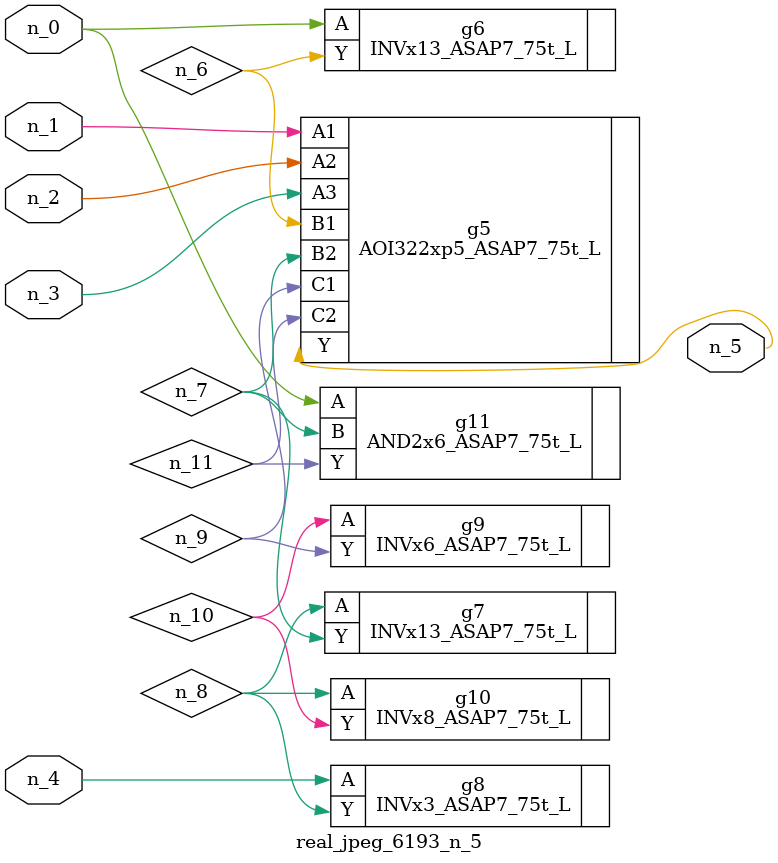
<source format=v>
module real_jpeg_6193_n_5 (n_4, n_0, n_1, n_2, n_3, n_5);

input n_4;
input n_0;
input n_1;
input n_2;
input n_3;

output n_5;

wire n_8;
wire n_11;
wire n_6;
wire n_7;
wire n_10;
wire n_9;

INVx13_ASAP7_75t_L g6 ( 
.A(n_0),
.Y(n_6)
);

AND2x6_ASAP7_75t_L g11 ( 
.A(n_0),
.B(n_7),
.Y(n_11)
);

AOI322xp5_ASAP7_75t_L g5 ( 
.A1(n_1),
.A2(n_2),
.A3(n_3),
.B1(n_6),
.B2(n_7),
.C1(n_9),
.C2(n_11),
.Y(n_5)
);

INVx3_ASAP7_75t_L g8 ( 
.A(n_4),
.Y(n_8)
);

INVx13_ASAP7_75t_L g7 ( 
.A(n_8),
.Y(n_7)
);

INVx8_ASAP7_75t_L g10 ( 
.A(n_8),
.Y(n_10)
);

INVx6_ASAP7_75t_L g9 ( 
.A(n_10),
.Y(n_9)
);


endmodule
</source>
